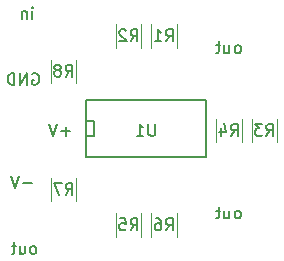
<source format=gbr>
G04 #@! TF.GenerationSoftware,KiCad,Pcbnew,6.0.2+dfsg-1*
G04 #@! TF.CreationDate,2022-10-10T23:20:56+02:00*
G04 #@! TF.ProjectId,buffered_multiple,62756666-6572-4656-945f-6d756c746970,rev?*
G04 #@! TF.SameCoordinates,Original*
G04 #@! TF.FileFunction,Legend,Bot*
G04 #@! TF.FilePolarity,Positive*
%FSLAX46Y46*%
G04 Gerber Fmt 4.6, Leading zero omitted, Abs format (unit mm)*
G04 Created by KiCad (PCBNEW 6.0.2+dfsg-1) date 2022-10-10 23:20:56*
%MOMM*%
%LPD*%
G01*
G04 APERTURE LIST*
%ADD10C,0.150000*%
%ADD11C,0.120000*%
G04 APERTURE END LIST*
D10*
X210309523Y-105952380D02*
X210404761Y-105904761D01*
X210452380Y-105857142D01*
X210500000Y-105761904D01*
X210500000Y-105476190D01*
X210452380Y-105380952D01*
X210404761Y-105333333D01*
X210309523Y-105285714D01*
X210166666Y-105285714D01*
X210071428Y-105333333D01*
X210023809Y-105380952D01*
X209976190Y-105476190D01*
X209976190Y-105761904D01*
X210023809Y-105857142D01*
X210071428Y-105904761D01*
X210166666Y-105952380D01*
X210309523Y-105952380D01*
X209119047Y-105285714D02*
X209119047Y-105952380D01*
X209547619Y-105285714D02*
X209547619Y-105809523D01*
X209500000Y-105904761D01*
X209404761Y-105952380D01*
X209261904Y-105952380D01*
X209166666Y-105904761D01*
X209119047Y-105857142D01*
X208785714Y-105285714D02*
X208404761Y-105285714D01*
X208642857Y-104952380D02*
X208642857Y-105809523D01*
X208595238Y-105904761D01*
X208500000Y-105952380D01*
X208404761Y-105952380D01*
X210309523Y-119952380D02*
X210404761Y-119904761D01*
X210452380Y-119857142D01*
X210500000Y-119761904D01*
X210500000Y-119476190D01*
X210452380Y-119380952D01*
X210404761Y-119333333D01*
X210309523Y-119285714D01*
X210166666Y-119285714D01*
X210071428Y-119333333D01*
X210023809Y-119380952D01*
X209976190Y-119476190D01*
X209976190Y-119761904D01*
X210023809Y-119857142D01*
X210071428Y-119904761D01*
X210166666Y-119952380D01*
X210309523Y-119952380D01*
X209119047Y-119285714D02*
X209119047Y-119952380D01*
X209547619Y-119285714D02*
X209547619Y-119809523D01*
X209500000Y-119904761D01*
X209404761Y-119952380D01*
X209261904Y-119952380D01*
X209166666Y-119904761D01*
X209119047Y-119857142D01*
X208785714Y-119285714D02*
X208404761Y-119285714D01*
X208642857Y-118952380D02*
X208642857Y-119809523D01*
X208595238Y-119904761D01*
X208500000Y-119952380D01*
X208404761Y-119952380D01*
X193009523Y-122952380D02*
X193104761Y-122904761D01*
X193152380Y-122857142D01*
X193200000Y-122761904D01*
X193200000Y-122476190D01*
X193152380Y-122380952D01*
X193104761Y-122333333D01*
X193009523Y-122285714D01*
X192866666Y-122285714D01*
X192771428Y-122333333D01*
X192723809Y-122380952D01*
X192676190Y-122476190D01*
X192676190Y-122761904D01*
X192723809Y-122857142D01*
X192771428Y-122904761D01*
X192866666Y-122952380D01*
X193009523Y-122952380D01*
X191819047Y-122285714D02*
X191819047Y-122952380D01*
X192247619Y-122285714D02*
X192247619Y-122809523D01*
X192200000Y-122904761D01*
X192104761Y-122952380D01*
X191961904Y-122952380D01*
X191866666Y-122904761D01*
X191819047Y-122857142D01*
X191485714Y-122285714D02*
X191104761Y-122285714D01*
X191342857Y-121952380D02*
X191342857Y-122809523D01*
X191295238Y-122904761D01*
X191200000Y-122952380D01*
X191104761Y-122952380D01*
X192852380Y-103052380D02*
X192852380Y-102385714D01*
X192852380Y-102052380D02*
X192900000Y-102100000D01*
X192852380Y-102147619D01*
X192804761Y-102100000D01*
X192852380Y-102052380D01*
X192852380Y-102147619D01*
X192376190Y-102385714D02*
X192376190Y-103052380D01*
X192376190Y-102480952D02*
X192328571Y-102433333D01*
X192233333Y-102385714D01*
X192090476Y-102385714D01*
X191995238Y-102433333D01*
X191947619Y-102528571D01*
X191947619Y-103052380D01*
X192809523Y-116971428D02*
X192047619Y-116971428D01*
X191714285Y-116352380D02*
X191380952Y-117352380D01*
X191047619Y-116352380D01*
X192861904Y-107700000D02*
X192957142Y-107652380D01*
X193100000Y-107652380D01*
X193242857Y-107700000D01*
X193338095Y-107795238D01*
X193385714Y-107890476D01*
X193433333Y-108080952D01*
X193433333Y-108223809D01*
X193385714Y-108414285D01*
X193338095Y-108509523D01*
X193242857Y-108604761D01*
X193100000Y-108652380D01*
X193004761Y-108652380D01*
X192861904Y-108604761D01*
X192814285Y-108557142D01*
X192814285Y-108223809D01*
X193004761Y-108223809D01*
X192385714Y-108652380D02*
X192385714Y-107652380D01*
X191814285Y-108652380D01*
X191814285Y-107652380D01*
X191338095Y-108652380D02*
X191338095Y-107652380D01*
X191100000Y-107652380D01*
X190957142Y-107700000D01*
X190861904Y-107795238D01*
X190814285Y-107890476D01*
X190766666Y-108080952D01*
X190766666Y-108223809D01*
X190814285Y-108414285D01*
X190861904Y-108509523D01*
X190957142Y-108604761D01*
X191100000Y-108652380D01*
X191338095Y-108652380D01*
X196059523Y-112571428D02*
X195297619Y-112571428D01*
X195678571Y-112952380D02*
X195678571Y-112190476D01*
X194964285Y-111952380D02*
X194630952Y-112952380D01*
X194297619Y-111952380D01*
X203261904Y-111952380D02*
X203261904Y-112761904D01*
X203214285Y-112857142D01*
X203166666Y-112904761D01*
X203071428Y-112952380D01*
X202880952Y-112952380D01*
X202785714Y-112904761D01*
X202738095Y-112857142D01*
X202690476Y-112761904D01*
X202690476Y-111952380D01*
X201690476Y-112952380D02*
X202261904Y-112952380D01*
X201976190Y-112952380D02*
X201976190Y-111952380D01*
X202071428Y-112095238D01*
X202166666Y-112190476D01*
X202261904Y-112238095D01*
X204166666Y-104952380D02*
X204500000Y-104476190D01*
X204738095Y-104952380D02*
X204738095Y-103952380D01*
X204357142Y-103952380D01*
X204261904Y-104000000D01*
X204214285Y-104047619D01*
X204166666Y-104142857D01*
X204166666Y-104285714D01*
X204214285Y-104380952D01*
X204261904Y-104428571D01*
X204357142Y-104476190D01*
X204738095Y-104476190D01*
X203214285Y-104952380D02*
X203785714Y-104952380D01*
X203500000Y-104952380D02*
X203500000Y-103952380D01*
X203595238Y-104095238D01*
X203690476Y-104190476D01*
X203785714Y-104238095D01*
X201166666Y-104952380D02*
X201500000Y-104476190D01*
X201738095Y-104952380D02*
X201738095Y-103952380D01*
X201357142Y-103952380D01*
X201261904Y-104000000D01*
X201214285Y-104047619D01*
X201166666Y-104142857D01*
X201166666Y-104285714D01*
X201214285Y-104380952D01*
X201261904Y-104428571D01*
X201357142Y-104476190D01*
X201738095Y-104476190D01*
X200785714Y-104047619D02*
X200738095Y-104000000D01*
X200642857Y-103952380D01*
X200404761Y-103952380D01*
X200309523Y-104000000D01*
X200261904Y-104047619D01*
X200214285Y-104142857D01*
X200214285Y-104238095D01*
X200261904Y-104380952D01*
X200833333Y-104952380D01*
X200214285Y-104952380D01*
X212666666Y-112952380D02*
X213000000Y-112476190D01*
X213238095Y-112952380D02*
X213238095Y-111952380D01*
X212857142Y-111952380D01*
X212761904Y-112000000D01*
X212714285Y-112047619D01*
X212666666Y-112142857D01*
X212666666Y-112285714D01*
X212714285Y-112380952D01*
X212761904Y-112428571D01*
X212857142Y-112476190D01*
X213238095Y-112476190D01*
X212333333Y-111952380D02*
X211714285Y-111952380D01*
X212047619Y-112333333D01*
X211904761Y-112333333D01*
X211809523Y-112380952D01*
X211761904Y-112428571D01*
X211714285Y-112523809D01*
X211714285Y-112761904D01*
X211761904Y-112857142D01*
X211809523Y-112904761D01*
X211904761Y-112952380D01*
X212190476Y-112952380D01*
X212285714Y-112904761D01*
X212333333Y-112857142D01*
X209666666Y-112952380D02*
X210000000Y-112476190D01*
X210238095Y-112952380D02*
X210238095Y-111952380D01*
X209857142Y-111952380D01*
X209761904Y-112000000D01*
X209714285Y-112047619D01*
X209666666Y-112142857D01*
X209666666Y-112285714D01*
X209714285Y-112380952D01*
X209761904Y-112428571D01*
X209857142Y-112476190D01*
X210238095Y-112476190D01*
X208809523Y-112285714D02*
X208809523Y-112952380D01*
X209047619Y-111904761D02*
X209285714Y-112619047D01*
X208666666Y-112619047D01*
X204166666Y-120952380D02*
X204500000Y-120476190D01*
X204738095Y-120952380D02*
X204738095Y-119952380D01*
X204357142Y-119952380D01*
X204261904Y-120000000D01*
X204214285Y-120047619D01*
X204166666Y-120142857D01*
X204166666Y-120285714D01*
X204214285Y-120380952D01*
X204261904Y-120428571D01*
X204357142Y-120476190D01*
X204738095Y-120476190D01*
X203309523Y-119952380D02*
X203500000Y-119952380D01*
X203595238Y-120000000D01*
X203642857Y-120047619D01*
X203738095Y-120190476D01*
X203785714Y-120380952D01*
X203785714Y-120761904D01*
X203738095Y-120857142D01*
X203690476Y-120904761D01*
X203595238Y-120952380D01*
X203404761Y-120952380D01*
X203309523Y-120904761D01*
X203261904Y-120857142D01*
X203214285Y-120761904D01*
X203214285Y-120523809D01*
X203261904Y-120428571D01*
X203309523Y-120380952D01*
X203404761Y-120333333D01*
X203595238Y-120333333D01*
X203690476Y-120380952D01*
X203738095Y-120428571D01*
X203785714Y-120523809D01*
X201166666Y-120952380D02*
X201500000Y-120476190D01*
X201738095Y-120952380D02*
X201738095Y-119952380D01*
X201357142Y-119952380D01*
X201261904Y-120000000D01*
X201214285Y-120047619D01*
X201166666Y-120142857D01*
X201166666Y-120285714D01*
X201214285Y-120380952D01*
X201261904Y-120428571D01*
X201357142Y-120476190D01*
X201738095Y-120476190D01*
X200261904Y-119952380D02*
X200738095Y-119952380D01*
X200785714Y-120428571D01*
X200738095Y-120380952D01*
X200642857Y-120333333D01*
X200404761Y-120333333D01*
X200309523Y-120380952D01*
X200261904Y-120428571D01*
X200214285Y-120523809D01*
X200214285Y-120761904D01*
X200261904Y-120857142D01*
X200309523Y-120904761D01*
X200404761Y-120952380D01*
X200642857Y-120952380D01*
X200738095Y-120904761D01*
X200785714Y-120857142D01*
X195666666Y-117952380D02*
X196000000Y-117476190D01*
X196238095Y-117952380D02*
X196238095Y-116952380D01*
X195857142Y-116952380D01*
X195761904Y-117000000D01*
X195714285Y-117047619D01*
X195666666Y-117142857D01*
X195666666Y-117285714D01*
X195714285Y-117380952D01*
X195761904Y-117428571D01*
X195857142Y-117476190D01*
X196238095Y-117476190D01*
X195333333Y-116952380D02*
X194666666Y-116952380D01*
X195095238Y-117952380D01*
X195666666Y-107952380D02*
X196000000Y-107476190D01*
X196238095Y-107952380D02*
X196238095Y-106952380D01*
X195857142Y-106952380D01*
X195761904Y-107000000D01*
X195714285Y-107047619D01*
X195666666Y-107142857D01*
X195666666Y-107285714D01*
X195714285Y-107380952D01*
X195761904Y-107428571D01*
X195857142Y-107476190D01*
X196238095Y-107476190D01*
X195095238Y-107380952D02*
X195190476Y-107333333D01*
X195238095Y-107285714D01*
X195285714Y-107190476D01*
X195285714Y-107142857D01*
X195238095Y-107047619D01*
X195190476Y-107000000D01*
X195095238Y-106952380D01*
X194904761Y-106952380D01*
X194809523Y-107000000D01*
X194761904Y-107047619D01*
X194714285Y-107142857D01*
X194714285Y-107190476D01*
X194761904Y-107285714D01*
X194809523Y-107333333D01*
X194904761Y-107380952D01*
X195095238Y-107380952D01*
X195190476Y-107428571D01*
X195238095Y-107476190D01*
X195285714Y-107571428D01*
X195285714Y-107761904D01*
X195238095Y-107857142D01*
X195190476Y-107904761D01*
X195095238Y-107952380D01*
X194904761Y-107952380D01*
X194809523Y-107904761D01*
X194761904Y-107857142D01*
X194714285Y-107761904D01*
X194714285Y-107571428D01*
X194761904Y-107476190D01*
X194809523Y-107428571D01*
X194904761Y-107380952D01*
X207580000Y-114786000D02*
X207580000Y-109960000D01*
X207580000Y-109960000D02*
X197420000Y-109960000D01*
X198055000Y-111738000D02*
X197420000Y-111738000D01*
X197420000Y-109960000D02*
X197420000Y-114786000D01*
X198055000Y-113008000D02*
X198055000Y-111738000D01*
X197420000Y-114786000D02*
X207580000Y-114786000D01*
X197420000Y-113008000D02*
X198055000Y-113008000D01*
D11*
X205070000Y-105500000D02*
X205070000Y-103500000D01*
X202930000Y-103500000D02*
X202930000Y-105500000D01*
X199930000Y-103500000D02*
X199930000Y-105500000D01*
X202070000Y-105500000D02*
X202070000Y-103500000D01*
X211430000Y-111500000D02*
X211430000Y-113500000D01*
X213570000Y-113500000D02*
X213570000Y-111500000D01*
X210570000Y-113500000D02*
X210570000Y-111500000D01*
X208430000Y-111500000D02*
X208430000Y-113500000D01*
X202930000Y-119500000D02*
X202930000Y-121500000D01*
X205070000Y-121500000D02*
X205070000Y-119500000D01*
X199930000Y-119500000D02*
X199930000Y-121500000D01*
X202070000Y-121500000D02*
X202070000Y-119500000D01*
X194430000Y-116500000D02*
X194430000Y-118500000D01*
X196570000Y-118500000D02*
X196570000Y-116500000D01*
X194430000Y-106500000D02*
X194430000Y-108500000D01*
X196570000Y-108500000D02*
X196570000Y-106500000D01*
M02*

</source>
